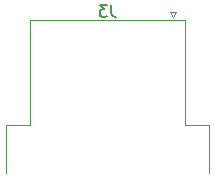
<source format=gbr>
G04 #@! TF.GenerationSoftware,KiCad,Pcbnew,5.1.5-52549c5~84~ubuntu18.04.1*
G04 #@! TF.CreationDate,2020-02-18T11:51:06+01:00*
G04 #@! TF.ProjectId,test,74657374-2e6b-4696-9361-645f70636258,rev?*
G04 #@! TF.SameCoordinates,Original*
G04 #@! TF.FileFunction,Legend,Bot*
G04 #@! TF.FilePolarity,Positive*
%FSLAX46Y46*%
G04 Gerber Fmt 4.6, Leading zero omitted, Abs format (unit mm)*
G04 Created by KiCad (PCBNEW 5.1.5-52549c5~84~ubuntu18.04.1) date 2020-02-18 11:51:06*
%MOMM*%
%LPD*%
G04 APERTURE LIST*
%ADD10C,0.120000*%
%ADD11C,0.150000*%
G04 APERTURE END LIST*
D10*
X91420000Y-147887580D02*
X91420000Y-143787580D01*
X91420000Y-143787580D02*
X89410000Y-143787580D01*
X89410000Y-143787580D02*
X89410000Y-134947580D01*
X89410000Y-134947580D02*
X76210000Y-134947580D01*
X76210000Y-134947580D02*
X76210000Y-143787580D01*
X76210000Y-143787580D02*
X74200000Y-143787580D01*
X74200000Y-143787580D02*
X74200000Y-147887580D01*
X88600000Y-134253242D02*
X88100000Y-134253242D01*
X88100000Y-134253242D02*
X88350000Y-134686255D01*
X88350000Y-134686255D02*
X88600000Y-134253242D01*
D11*
X83143333Y-133659960D02*
X83143333Y-134374246D01*
X83190952Y-134517103D01*
X83286190Y-134612341D01*
X83429047Y-134659960D01*
X83524285Y-134659960D01*
X82762380Y-133659960D02*
X82143333Y-133659960D01*
X82476666Y-134040913D01*
X82333809Y-134040913D01*
X82238571Y-134088532D01*
X82190952Y-134136151D01*
X82143333Y-134231389D01*
X82143333Y-134469484D01*
X82190952Y-134564722D01*
X82238571Y-134612341D01*
X82333809Y-134659960D01*
X82619523Y-134659960D01*
X82714761Y-134612341D01*
X82762380Y-134564722D01*
M02*

</source>
